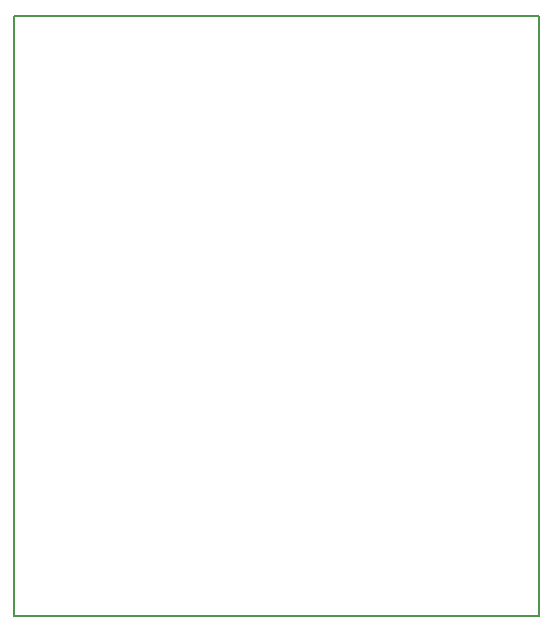
<source format=gbr>
G04 (created by PCBNEW (2013-mar-13)-testing) date Wed 12 Jun 2013 08:10:13 PM EDT*
%MOIN*%
G04 Gerber Fmt 3.4, Leading zero omitted, Abs format*
%FSLAX34Y34*%
G01*
G70*
G90*
G04 APERTURE LIST*
%ADD10C,0.006000*%
%ADD11C,0.005906*%
G04 APERTURE END LIST*
G54D10*
G54D11*
X40000Y-20000D02*
X40000Y-40000D01*
X57500Y-20000D02*
X40000Y-20000D01*
X57500Y-40000D02*
X57500Y-20000D01*
X40000Y-40000D02*
X57500Y-40000D01*
M02*

</source>
